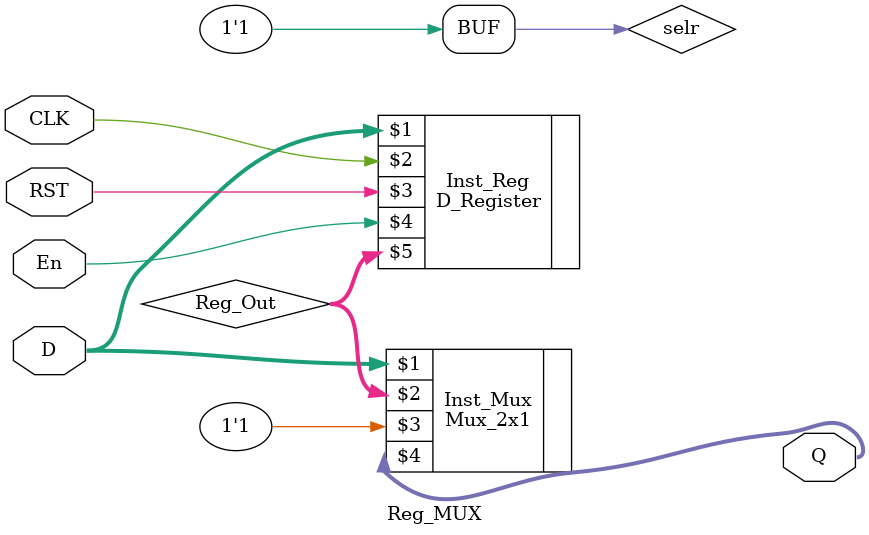
<source format=v>
module Reg_MUX #(parameter N = 18 , Sel=1,RSTTYPE = "ASYNCH") 
(
    input [N-1:0]D,
    input CLK,RST,En,
    output[N-1:0]Q
);

wire [N-1:0]Reg_Out ;
wire selr;
D_Register #(.N(N),.RSTTYPE(RSTTYPE)) Inst_Reg(D,CLK,RST,En,Reg_Out);
Mux_2x1 #(.N(N))Inst_Mux(D,Reg_Out,selr,Q);
assign selr = Sel?1'b1:1'b0;
    
endmodule
</source>
